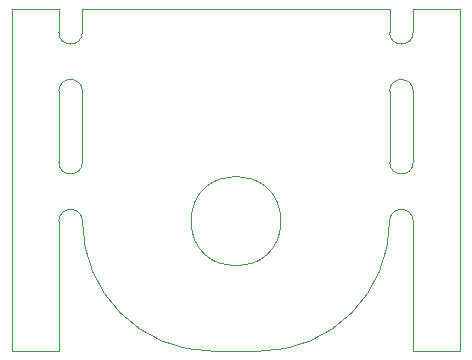
<source format=gbr>
%TF.GenerationSoftware,KiCad,Pcbnew,5.99.0-unknown-e61b1f03b8~131~ubuntu20.04.1*%
%TF.CreationDate,2021-08-02T15:41:02+00:00*%
%TF.ProjectId,beetleback_cg,62656574-6c65-4626-9163-6b5f63672e6b,2*%
%TF.SameCoordinates,PX5573000PY89ce520*%
%TF.FileFunction,Profile,NP*%
%FSLAX46Y46*%
G04 Gerber Fmt 4.6, Leading zero omitted, Abs format (unit mm)*
G04 Created by KiCad (PCBNEW 5.99.0-unknown-e61b1f03b8~131~ubuntu20.04.1) date 2021-08-02 15:41:02*
%MOMM*%
%LPD*%
G01*
G04 APERTURE LIST*
%TA.AperFunction,Profile*%
%ADD10C,0.050000*%
%TD*%
G04 APERTURE END LIST*
D10*
X13000000Y29000000D02*
X13000000Y27000000D01*
X-15005000Y22000000D02*
G75*
G02*
X-13005000Y22000000I1000000J0D01*
G01*
X15000000Y22000000D02*
G75*
G03*
X13000000Y22000000I-1000000J0D01*
G01*
X-13000000Y29000000D02*
X-13005000Y27000000D01*
X-15005000Y29000000D02*
X-15005000Y27000000D01*
X-2000000Y0D02*
X2000000Y0D01*
X13000000Y22000000D02*
X13000000Y16000000D01*
X15000000Y16000000D02*
X15000000Y22000000D01*
X15000000Y29000000D02*
X19000000Y29000000D01*
X2000000Y0D02*
G75*
G03*
X13000000Y11000000I0J11000000D01*
G01*
X-13000000Y11000000D02*
G75*
G03*
X-2000000Y0I11000000J0D01*
G01*
X-15005000Y0D02*
X-15005000Y11000000D01*
X15000000Y29000000D02*
X15000000Y27000000D01*
X-15005000Y11000000D02*
G75*
G02*
X-13005000Y11000000I1000000J0D01*
G01*
X13000000Y27000000D02*
G75*
G03*
X15000000Y27000000I1000000J0D01*
G01*
X-15005000Y29000000D02*
X-19005000Y29000000D01*
X-13000000Y29000000D02*
X13000000Y29000000D01*
X3800000Y11000000D02*
G75*
G03*
X3800000Y11000000I-3800000J0D01*
G01*
X13000000Y16000000D02*
G75*
G03*
X15000000Y16000000I1000000J0D01*
G01*
X15000000Y11000000D02*
G75*
G03*
X13000000Y11000000I-1000000J0D01*
G01*
X19000000Y29000000D02*
X19000000Y0D01*
X-19005000Y29000000D02*
X-19005000Y0D01*
X-19005000Y0D02*
X-15005000Y0D01*
X-15005000Y16000000D02*
X-15005000Y22000000D01*
X-13005000Y22000000D02*
X-13005000Y16000000D01*
X-13005000Y16000000D02*
G75*
G02*
X-15005000Y16000000I-1000000J0D01*
G01*
X-13005000Y27000000D02*
G75*
G02*
X-15005000Y27000000I-1000000J0D01*
G01*
X15000000Y0D02*
X15000000Y11000000D01*
X19000000Y0D02*
X15000000Y0D01*
M02*

</source>
